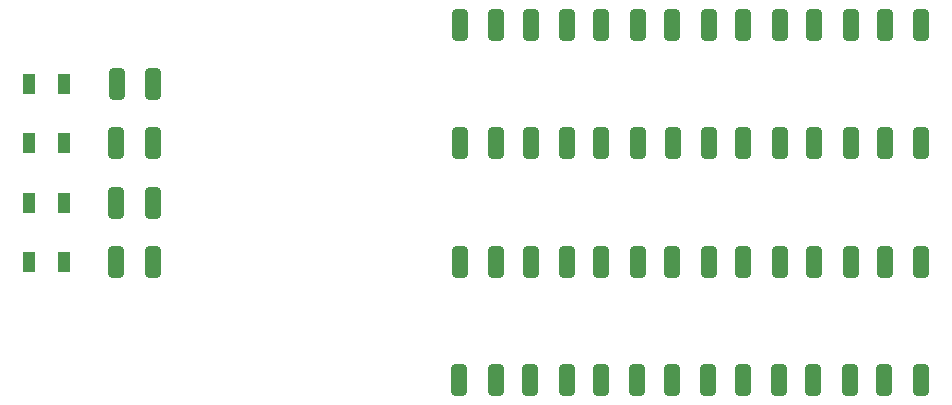
<source format=gbr>
%TF.GenerationSoftware,KiCad,Pcbnew,9.0.0*%
%TF.CreationDate,2025-04-28T14:30:34-07:00*%
%TF.ProjectId,PowerBoard,506f7765-7242-46f6-9172-642e6b696361,rev?*%
%TF.SameCoordinates,Original*%
%TF.FileFunction,Paste,Top*%
%TF.FilePolarity,Positive*%
%FSLAX46Y46*%
G04 Gerber Fmt 4.6, Leading zero omitted, Abs format (unit mm)*
G04 Created by KiCad (PCBNEW 9.0.0) date 2025-04-28 14:30:34*
%MOMM*%
%LPD*%
G01*
G04 APERTURE LIST*
G04 Aperture macros list*
%AMRoundRect*
0 Rectangle with rounded corners*
0 $1 Rounding radius*
0 $2 $3 $4 $5 $6 $7 $8 $9 X,Y pos of 4 corners*
0 Add a 4 corners polygon primitive as box body*
4,1,4,$2,$3,$4,$5,$6,$7,$8,$9,$2,$3,0*
0 Add four circle primitives for the rounded corners*
1,1,$1+$1,$2,$3*
1,1,$1+$1,$4,$5*
1,1,$1+$1,$6,$7*
1,1,$1+$1,$8,$9*
0 Add four rect primitives between the rounded corners*
20,1,$1+$1,$2,$3,$4,$5,0*
20,1,$1+$1,$4,$5,$6,$7,0*
20,1,$1+$1,$6,$7,$8,$9,0*
20,1,$1+$1,$8,$9,$2,$3,0*%
G04 Aperture macros list end*
%ADD10RoundRect,0.250000X-0.400000X-1.075000X0.400000X-1.075000X0.400000X1.075000X-0.400000X1.075000X0*%
%ADD11RoundRect,0.250000X0.400000X1.075000X-0.400000X1.075000X-0.400000X-1.075000X0.400000X-1.075000X0*%
%ADD12R,1.000000X1.750000*%
G04 APERTURE END LIST*
D10*
%TO.C,R12*%
X-51000000Y-170000000D03*
X-47900000Y-170000000D03*
%TD*%
%TO.C,R29*%
X-69000000Y-190000000D03*
X-65900000Y-190000000D03*
%TD*%
%TO.C,R13*%
X-57000000Y-170000000D03*
X-53900000Y-170000000D03*
%TD*%
%TO.C,R21*%
X-63000000Y-180000000D03*
X-59900000Y-180000000D03*
%TD*%
%TO.C,R36*%
X-69050000Y-200000000D03*
X-65950000Y-200000000D03*
%TD*%
%TO.C,R19*%
X-50950000Y-180000000D03*
X-47850000Y-180000000D03*
%TD*%
%TO.C,R24*%
X-39000000Y-190000000D03*
X-35900000Y-190000000D03*
%TD*%
%TO.C,R9*%
X-33000000Y-170000000D03*
X-29900000Y-170000000D03*
%TD*%
%TO.C,R18*%
X-45000000Y-180000000D03*
X-41900000Y-180000000D03*
%TD*%
%TO.C,R14*%
X-69000000Y-170000000D03*
X-65900000Y-170000000D03*
%TD*%
%TO.C,R31*%
X-39050000Y-200000000D03*
X-35950000Y-200000000D03*
%TD*%
%TO.C,R32*%
X-45050000Y-200000000D03*
X-41950000Y-200000000D03*
%TD*%
%TO.C,R25*%
X-45000000Y-190000000D03*
X-41900000Y-190000000D03*
%TD*%
%TO.C,R17*%
X-39000000Y-180000000D03*
X-35900000Y-180000000D03*
%TD*%
D11*
%TO.C,R62*%
X-94950000Y-175000000D03*
X-98050000Y-175000000D03*
%TD*%
D10*
%TO.C,R35*%
X-63050000Y-200000000D03*
X-59950000Y-200000000D03*
%TD*%
%TO.C,R33*%
X-51050000Y-200000000D03*
X-47950000Y-200000000D03*
%TD*%
D11*
%TO.C,R63*%
X-95000000Y-180000000D03*
X-98100000Y-180000000D03*
%TD*%
D10*
%TO.C,R10*%
X-39000000Y-170000000D03*
X-35900000Y-170000000D03*
%TD*%
%TO.C,R30*%
X-33050000Y-200000000D03*
X-29950000Y-200000000D03*
%TD*%
%TO.C,R22*%
X-69000000Y-180000000D03*
X-65900000Y-180000000D03*
%TD*%
%TO.C,R23*%
X-33000000Y-190000000D03*
X-29900000Y-190000000D03*
%TD*%
%TO.C,R27*%
X-57000000Y-190000000D03*
X-53900000Y-190000000D03*
%TD*%
%TO.C,R11*%
X-45000000Y-170000000D03*
X-41900000Y-170000000D03*
%TD*%
D12*
%TO.C,LED2*%
X-105500000Y-180000000D03*
X-102500000Y-180000000D03*
%TD*%
D10*
%TO.C,R28*%
X-63000000Y-190000000D03*
X-59900000Y-190000000D03*
%TD*%
%TO.C,R16*%
X-33000000Y-180000000D03*
X-29900000Y-180000000D03*
%TD*%
D12*
%TO.C,LED1*%
X-105500000Y-175000000D03*
X-102500000Y-175000000D03*
%TD*%
%TO.C,LED4*%
X-105500000Y-190000000D03*
X-102500000Y-190000000D03*
%TD*%
D10*
%TO.C,R34*%
X-57050000Y-200000000D03*
X-53950000Y-200000000D03*
%TD*%
%TO.C,R20*%
X-57000000Y-180000000D03*
X-53900000Y-180000000D03*
%TD*%
D11*
%TO.C,R64*%
X-95000000Y-185000000D03*
X-98100000Y-185000000D03*
%TD*%
D10*
%TO.C,R26*%
X-51000000Y-190000000D03*
X-47900000Y-190000000D03*
%TD*%
%TO.C,R15*%
X-63000000Y-170000000D03*
X-59900000Y-170000000D03*
%TD*%
D12*
%TO.C,LED3*%
X-105500000Y-185000000D03*
X-102500000Y-185000000D03*
%TD*%
D11*
%TO.C,R65*%
X-95000000Y-190000000D03*
X-98100000Y-190000000D03*
%TD*%
M02*

</source>
